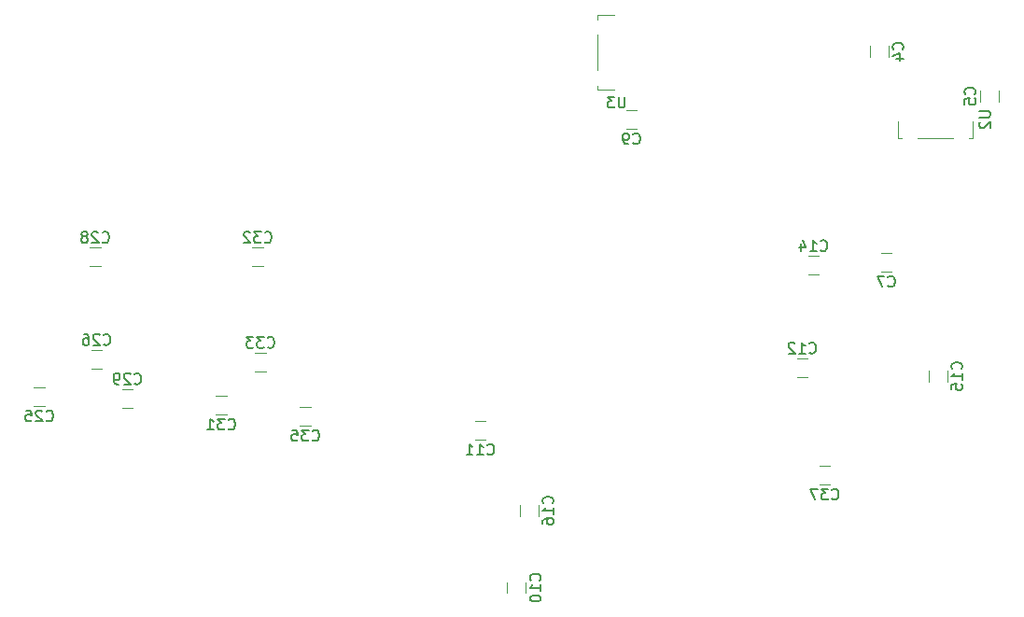
<source format=gbr>
G04 #@! TF.FileFunction,Legend,Bot*
%FSLAX46Y46*%
G04 Gerber Fmt 4.6, Leading zero omitted, Abs format (unit mm)*
G04 Created by KiCad (PCBNEW 4.0.6+dfsg1-1) date Sat Nov  4 21:01:42 2017*
%MOMM*%
%LPD*%
G01*
G04 APERTURE LIST*
%ADD10C,0.100000*%
%ADD11C,0.120000*%
%ADD12C,0.150000*%
G04 APERTURE END LIST*
D10*
D11*
X186016000Y-49538000D02*
X186016000Y-50538000D01*
X184316000Y-50538000D02*
X184316000Y-49538000D01*
X194349000Y-54602000D02*
X194349000Y-53602000D01*
X196049000Y-53602000D02*
X196049000Y-54602000D01*
X186301000Y-70065000D02*
X185301000Y-70065000D01*
X185301000Y-68365000D02*
X186301000Y-68365000D01*
X163187000Y-57111000D02*
X162187000Y-57111000D01*
X162187000Y-55411000D02*
X163187000Y-55411000D01*
X153123000Y-98179000D02*
X153123000Y-99179000D01*
X151423000Y-99179000D02*
X151423000Y-98179000D01*
X149471000Y-85305000D02*
X148471000Y-85305000D01*
X148471000Y-83605000D02*
X149471000Y-83605000D01*
X177681000Y-77890000D02*
X178681000Y-77890000D01*
X178681000Y-79590000D02*
X177681000Y-79590000D01*
X178697000Y-68619000D02*
X179697000Y-68619000D01*
X179697000Y-70319000D02*
X178697000Y-70319000D01*
X191350000Y-79002000D02*
X191350000Y-80002000D01*
X189650000Y-80002000D02*
X189650000Y-79002000D01*
X154266000Y-91194000D02*
X154266000Y-92194000D01*
X152566000Y-92194000D02*
X152566000Y-91194000D01*
X109466000Y-82257000D02*
X108466000Y-82257000D01*
X108466000Y-80557000D02*
X109466000Y-80557000D01*
X113673000Y-77128000D02*
X114673000Y-77128000D01*
X114673000Y-78828000D02*
X113673000Y-78828000D01*
X113546000Y-67857000D02*
X114546000Y-67857000D01*
X114546000Y-69557000D02*
X113546000Y-69557000D01*
X116467000Y-80684000D02*
X117467000Y-80684000D01*
X117467000Y-82384000D02*
X116467000Y-82384000D01*
X125976000Y-83019000D02*
X124976000Y-83019000D01*
X124976000Y-81319000D02*
X125976000Y-81319000D01*
X128278000Y-67857000D02*
X129278000Y-67857000D01*
X129278000Y-69557000D02*
X128278000Y-69557000D01*
X128532000Y-77382000D02*
X129532000Y-77382000D01*
X129532000Y-79082000D02*
X128532000Y-79082000D01*
X133596000Y-84035000D02*
X132596000Y-84035000D01*
X132596000Y-82335000D02*
X133596000Y-82335000D01*
X193286000Y-57915000D02*
X193636000Y-57915000D01*
X193636000Y-57915000D02*
X193636000Y-56415000D01*
X188636000Y-57915000D02*
X191836000Y-57915000D01*
X186836000Y-56415000D02*
X186836000Y-57915000D01*
X186836000Y-57915000D02*
X187236000Y-57915000D01*
X159636000Y-53205000D02*
X159636000Y-53555000D01*
X159636000Y-53555000D02*
X161136000Y-53555000D01*
X159636000Y-48555000D02*
X159636000Y-51755000D01*
X161136000Y-46755000D02*
X159636000Y-46755000D01*
X159636000Y-46755000D02*
X159636000Y-47155000D01*
X180713000Y-89369000D02*
X179713000Y-89369000D01*
X179713000Y-87669000D02*
X180713000Y-87669000D01*
D12*
X187273143Y-49871334D02*
X187320762Y-49823715D01*
X187368381Y-49680858D01*
X187368381Y-49585620D01*
X187320762Y-49442762D01*
X187225524Y-49347524D01*
X187130286Y-49299905D01*
X186939810Y-49252286D01*
X186796952Y-49252286D01*
X186606476Y-49299905D01*
X186511238Y-49347524D01*
X186416000Y-49442762D01*
X186368381Y-49585620D01*
X186368381Y-49680858D01*
X186416000Y-49823715D01*
X186463619Y-49871334D01*
X186701714Y-50728477D02*
X187368381Y-50728477D01*
X186320762Y-50490381D02*
X187035048Y-50252286D01*
X187035048Y-50871334D01*
X193806143Y-53935334D02*
X193853762Y-53887715D01*
X193901381Y-53744858D01*
X193901381Y-53649620D01*
X193853762Y-53506762D01*
X193758524Y-53411524D01*
X193663286Y-53363905D01*
X193472810Y-53316286D01*
X193329952Y-53316286D01*
X193139476Y-53363905D01*
X193044238Y-53411524D01*
X192949000Y-53506762D01*
X192901381Y-53649620D01*
X192901381Y-53744858D01*
X192949000Y-53887715D01*
X192996619Y-53935334D01*
X192901381Y-54840096D02*
X192901381Y-54363905D01*
X193377571Y-54316286D01*
X193329952Y-54363905D01*
X193282333Y-54459143D01*
X193282333Y-54697239D01*
X193329952Y-54792477D01*
X193377571Y-54840096D01*
X193472810Y-54887715D01*
X193710905Y-54887715D01*
X193806143Y-54840096D01*
X193853762Y-54792477D01*
X193901381Y-54697239D01*
X193901381Y-54459143D01*
X193853762Y-54363905D01*
X193806143Y-54316286D01*
X185967666Y-71322143D02*
X186015285Y-71369762D01*
X186158142Y-71417381D01*
X186253380Y-71417381D01*
X186396238Y-71369762D01*
X186491476Y-71274524D01*
X186539095Y-71179286D01*
X186586714Y-70988810D01*
X186586714Y-70845952D01*
X186539095Y-70655476D01*
X186491476Y-70560238D01*
X186396238Y-70465000D01*
X186253380Y-70417381D01*
X186158142Y-70417381D01*
X186015285Y-70465000D01*
X185967666Y-70512619D01*
X185634333Y-70417381D02*
X184967666Y-70417381D01*
X185396238Y-71417381D01*
X162853666Y-58368143D02*
X162901285Y-58415762D01*
X163044142Y-58463381D01*
X163139380Y-58463381D01*
X163282238Y-58415762D01*
X163377476Y-58320524D01*
X163425095Y-58225286D01*
X163472714Y-58034810D01*
X163472714Y-57891952D01*
X163425095Y-57701476D01*
X163377476Y-57606238D01*
X163282238Y-57511000D01*
X163139380Y-57463381D01*
X163044142Y-57463381D01*
X162901285Y-57511000D01*
X162853666Y-57558619D01*
X162377476Y-58463381D02*
X162187000Y-58463381D01*
X162091761Y-58415762D01*
X162044142Y-58368143D01*
X161948904Y-58225286D01*
X161901285Y-58034810D01*
X161901285Y-57653857D01*
X161948904Y-57558619D01*
X161996523Y-57511000D01*
X162091761Y-57463381D01*
X162282238Y-57463381D01*
X162377476Y-57511000D01*
X162425095Y-57558619D01*
X162472714Y-57653857D01*
X162472714Y-57891952D01*
X162425095Y-57987190D01*
X162377476Y-58034810D01*
X162282238Y-58082429D01*
X162091761Y-58082429D01*
X161996523Y-58034810D01*
X161948904Y-57987190D01*
X161901285Y-57891952D01*
X154380143Y-98036143D02*
X154427762Y-97988524D01*
X154475381Y-97845667D01*
X154475381Y-97750429D01*
X154427762Y-97607571D01*
X154332524Y-97512333D01*
X154237286Y-97464714D01*
X154046810Y-97417095D01*
X153903952Y-97417095D01*
X153713476Y-97464714D01*
X153618238Y-97512333D01*
X153523000Y-97607571D01*
X153475381Y-97750429D01*
X153475381Y-97845667D01*
X153523000Y-97988524D01*
X153570619Y-98036143D01*
X154475381Y-98988524D02*
X154475381Y-98417095D01*
X154475381Y-98702809D02*
X153475381Y-98702809D01*
X153618238Y-98607571D01*
X153713476Y-98512333D01*
X153761095Y-98417095D01*
X153475381Y-99607571D02*
X153475381Y-99702810D01*
X153523000Y-99798048D01*
X153570619Y-99845667D01*
X153665857Y-99893286D01*
X153856333Y-99940905D01*
X154094429Y-99940905D01*
X154284905Y-99893286D01*
X154380143Y-99845667D01*
X154427762Y-99798048D01*
X154475381Y-99702810D01*
X154475381Y-99607571D01*
X154427762Y-99512333D01*
X154380143Y-99464714D01*
X154284905Y-99417095D01*
X154094429Y-99369476D01*
X153856333Y-99369476D01*
X153665857Y-99417095D01*
X153570619Y-99464714D01*
X153523000Y-99512333D01*
X153475381Y-99607571D01*
X149613857Y-86562143D02*
X149661476Y-86609762D01*
X149804333Y-86657381D01*
X149899571Y-86657381D01*
X150042429Y-86609762D01*
X150137667Y-86514524D01*
X150185286Y-86419286D01*
X150232905Y-86228810D01*
X150232905Y-86085952D01*
X150185286Y-85895476D01*
X150137667Y-85800238D01*
X150042429Y-85705000D01*
X149899571Y-85657381D01*
X149804333Y-85657381D01*
X149661476Y-85705000D01*
X149613857Y-85752619D01*
X148661476Y-86657381D02*
X149232905Y-86657381D01*
X148947191Y-86657381D02*
X148947191Y-85657381D01*
X149042429Y-85800238D01*
X149137667Y-85895476D01*
X149232905Y-85943095D01*
X147709095Y-86657381D02*
X148280524Y-86657381D01*
X147994810Y-86657381D02*
X147994810Y-85657381D01*
X148090048Y-85800238D01*
X148185286Y-85895476D01*
X148280524Y-85943095D01*
X178823857Y-77347143D02*
X178871476Y-77394762D01*
X179014333Y-77442381D01*
X179109571Y-77442381D01*
X179252429Y-77394762D01*
X179347667Y-77299524D01*
X179395286Y-77204286D01*
X179442905Y-77013810D01*
X179442905Y-76870952D01*
X179395286Y-76680476D01*
X179347667Y-76585238D01*
X179252429Y-76490000D01*
X179109571Y-76442381D01*
X179014333Y-76442381D01*
X178871476Y-76490000D01*
X178823857Y-76537619D01*
X177871476Y-77442381D02*
X178442905Y-77442381D01*
X178157191Y-77442381D02*
X178157191Y-76442381D01*
X178252429Y-76585238D01*
X178347667Y-76680476D01*
X178442905Y-76728095D01*
X177490524Y-76537619D02*
X177442905Y-76490000D01*
X177347667Y-76442381D01*
X177109571Y-76442381D01*
X177014333Y-76490000D01*
X176966714Y-76537619D01*
X176919095Y-76632857D01*
X176919095Y-76728095D01*
X176966714Y-76870952D01*
X177538143Y-77442381D01*
X176919095Y-77442381D01*
X179839857Y-68076143D02*
X179887476Y-68123762D01*
X180030333Y-68171381D01*
X180125571Y-68171381D01*
X180268429Y-68123762D01*
X180363667Y-68028524D01*
X180411286Y-67933286D01*
X180458905Y-67742810D01*
X180458905Y-67599952D01*
X180411286Y-67409476D01*
X180363667Y-67314238D01*
X180268429Y-67219000D01*
X180125571Y-67171381D01*
X180030333Y-67171381D01*
X179887476Y-67219000D01*
X179839857Y-67266619D01*
X178887476Y-68171381D02*
X179458905Y-68171381D01*
X179173191Y-68171381D02*
X179173191Y-67171381D01*
X179268429Y-67314238D01*
X179363667Y-67409476D01*
X179458905Y-67457095D01*
X178030333Y-67504714D02*
X178030333Y-68171381D01*
X178268429Y-67123762D02*
X178506524Y-67838048D01*
X177887476Y-67838048D01*
X192607143Y-78859143D02*
X192654762Y-78811524D01*
X192702381Y-78668667D01*
X192702381Y-78573429D01*
X192654762Y-78430571D01*
X192559524Y-78335333D01*
X192464286Y-78287714D01*
X192273810Y-78240095D01*
X192130952Y-78240095D01*
X191940476Y-78287714D01*
X191845238Y-78335333D01*
X191750000Y-78430571D01*
X191702381Y-78573429D01*
X191702381Y-78668667D01*
X191750000Y-78811524D01*
X191797619Y-78859143D01*
X192702381Y-79811524D02*
X192702381Y-79240095D01*
X192702381Y-79525809D02*
X191702381Y-79525809D01*
X191845238Y-79430571D01*
X191940476Y-79335333D01*
X191988095Y-79240095D01*
X191702381Y-80716286D02*
X191702381Y-80240095D01*
X192178571Y-80192476D01*
X192130952Y-80240095D01*
X192083333Y-80335333D01*
X192083333Y-80573429D01*
X192130952Y-80668667D01*
X192178571Y-80716286D01*
X192273810Y-80763905D01*
X192511905Y-80763905D01*
X192607143Y-80716286D01*
X192654762Y-80668667D01*
X192702381Y-80573429D01*
X192702381Y-80335333D01*
X192654762Y-80240095D01*
X192607143Y-80192476D01*
X155523143Y-91051143D02*
X155570762Y-91003524D01*
X155618381Y-90860667D01*
X155618381Y-90765429D01*
X155570762Y-90622571D01*
X155475524Y-90527333D01*
X155380286Y-90479714D01*
X155189810Y-90432095D01*
X155046952Y-90432095D01*
X154856476Y-90479714D01*
X154761238Y-90527333D01*
X154666000Y-90622571D01*
X154618381Y-90765429D01*
X154618381Y-90860667D01*
X154666000Y-91003524D01*
X154713619Y-91051143D01*
X155618381Y-92003524D02*
X155618381Y-91432095D01*
X155618381Y-91717809D02*
X154618381Y-91717809D01*
X154761238Y-91622571D01*
X154856476Y-91527333D01*
X154904095Y-91432095D01*
X154618381Y-92860667D02*
X154618381Y-92670190D01*
X154666000Y-92574952D01*
X154713619Y-92527333D01*
X154856476Y-92432095D01*
X155046952Y-92384476D01*
X155427905Y-92384476D01*
X155523143Y-92432095D01*
X155570762Y-92479714D01*
X155618381Y-92574952D01*
X155618381Y-92765429D01*
X155570762Y-92860667D01*
X155523143Y-92908286D01*
X155427905Y-92955905D01*
X155189810Y-92955905D01*
X155094571Y-92908286D01*
X155046952Y-92860667D01*
X154999333Y-92765429D01*
X154999333Y-92574952D01*
X155046952Y-92479714D01*
X155094571Y-92432095D01*
X155189810Y-92384476D01*
X109608857Y-83514143D02*
X109656476Y-83561762D01*
X109799333Y-83609381D01*
X109894571Y-83609381D01*
X110037429Y-83561762D01*
X110132667Y-83466524D01*
X110180286Y-83371286D01*
X110227905Y-83180810D01*
X110227905Y-83037952D01*
X110180286Y-82847476D01*
X110132667Y-82752238D01*
X110037429Y-82657000D01*
X109894571Y-82609381D01*
X109799333Y-82609381D01*
X109656476Y-82657000D01*
X109608857Y-82704619D01*
X109227905Y-82704619D02*
X109180286Y-82657000D01*
X109085048Y-82609381D01*
X108846952Y-82609381D01*
X108751714Y-82657000D01*
X108704095Y-82704619D01*
X108656476Y-82799857D01*
X108656476Y-82895095D01*
X108704095Y-83037952D01*
X109275524Y-83609381D01*
X108656476Y-83609381D01*
X107751714Y-82609381D02*
X108227905Y-82609381D01*
X108275524Y-83085571D01*
X108227905Y-83037952D01*
X108132667Y-82990333D01*
X107894571Y-82990333D01*
X107799333Y-83037952D01*
X107751714Y-83085571D01*
X107704095Y-83180810D01*
X107704095Y-83418905D01*
X107751714Y-83514143D01*
X107799333Y-83561762D01*
X107894571Y-83609381D01*
X108132667Y-83609381D01*
X108227905Y-83561762D01*
X108275524Y-83514143D01*
X114815857Y-76585143D02*
X114863476Y-76632762D01*
X115006333Y-76680381D01*
X115101571Y-76680381D01*
X115244429Y-76632762D01*
X115339667Y-76537524D01*
X115387286Y-76442286D01*
X115434905Y-76251810D01*
X115434905Y-76108952D01*
X115387286Y-75918476D01*
X115339667Y-75823238D01*
X115244429Y-75728000D01*
X115101571Y-75680381D01*
X115006333Y-75680381D01*
X114863476Y-75728000D01*
X114815857Y-75775619D01*
X114434905Y-75775619D02*
X114387286Y-75728000D01*
X114292048Y-75680381D01*
X114053952Y-75680381D01*
X113958714Y-75728000D01*
X113911095Y-75775619D01*
X113863476Y-75870857D01*
X113863476Y-75966095D01*
X113911095Y-76108952D01*
X114482524Y-76680381D01*
X113863476Y-76680381D01*
X113006333Y-75680381D02*
X113196810Y-75680381D01*
X113292048Y-75728000D01*
X113339667Y-75775619D01*
X113434905Y-75918476D01*
X113482524Y-76108952D01*
X113482524Y-76489905D01*
X113434905Y-76585143D01*
X113387286Y-76632762D01*
X113292048Y-76680381D01*
X113101571Y-76680381D01*
X113006333Y-76632762D01*
X112958714Y-76585143D01*
X112911095Y-76489905D01*
X112911095Y-76251810D01*
X112958714Y-76156571D01*
X113006333Y-76108952D01*
X113101571Y-76061333D01*
X113292048Y-76061333D01*
X113387286Y-76108952D01*
X113434905Y-76156571D01*
X113482524Y-76251810D01*
X114688857Y-67314143D02*
X114736476Y-67361762D01*
X114879333Y-67409381D01*
X114974571Y-67409381D01*
X115117429Y-67361762D01*
X115212667Y-67266524D01*
X115260286Y-67171286D01*
X115307905Y-66980810D01*
X115307905Y-66837952D01*
X115260286Y-66647476D01*
X115212667Y-66552238D01*
X115117429Y-66457000D01*
X114974571Y-66409381D01*
X114879333Y-66409381D01*
X114736476Y-66457000D01*
X114688857Y-66504619D01*
X114307905Y-66504619D02*
X114260286Y-66457000D01*
X114165048Y-66409381D01*
X113926952Y-66409381D01*
X113831714Y-66457000D01*
X113784095Y-66504619D01*
X113736476Y-66599857D01*
X113736476Y-66695095D01*
X113784095Y-66837952D01*
X114355524Y-67409381D01*
X113736476Y-67409381D01*
X113165048Y-66837952D02*
X113260286Y-66790333D01*
X113307905Y-66742714D01*
X113355524Y-66647476D01*
X113355524Y-66599857D01*
X113307905Y-66504619D01*
X113260286Y-66457000D01*
X113165048Y-66409381D01*
X112974571Y-66409381D01*
X112879333Y-66457000D01*
X112831714Y-66504619D01*
X112784095Y-66599857D01*
X112784095Y-66647476D01*
X112831714Y-66742714D01*
X112879333Y-66790333D01*
X112974571Y-66837952D01*
X113165048Y-66837952D01*
X113260286Y-66885571D01*
X113307905Y-66933190D01*
X113355524Y-67028429D01*
X113355524Y-67218905D01*
X113307905Y-67314143D01*
X113260286Y-67361762D01*
X113165048Y-67409381D01*
X112974571Y-67409381D01*
X112879333Y-67361762D01*
X112831714Y-67314143D01*
X112784095Y-67218905D01*
X112784095Y-67028429D01*
X112831714Y-66933190D01*
X112879333Y-66885571D01*
X112974571Y-66837952D01*
X117609857Y-80141143D02*
X117657476Y-80188762D01*
X117800333Y-80236381D01*
X117895571Y-80236381D01*
X118038429Y-80188762D01*
X118133667Y-80093524D01*
X118181286Y-79998286D01*
X118228905Y-79807810D01*
X118228905Y-79664952D01*
X118181286Y-79474476D01*
X118133667Y-79379238D01*
X118038429Y-79284000D01*
X117895571Y-79236381D01*
X117800333Y-79236381D01*
X117657476Y-79284000D01*
X117609857Y-79331619D01*
X117228905Y-79331619D02*
X117181286Y-79284000D01*
X117086048Y-79236381D01*
X116847952Y-79236381D01*
X116752714Y-79284000D01*
X116705095Y-79331619D01*
X116657476Y-79426857D01*
X116657476Y-79522095D01*
X116705095Y-79664952D01*
X117276524Y-80236381D01*
X116657476Y-80236381D01*
X116181286Y-80236381D02*
X115990810Y-80236381D01*
X115895571Y-80188762D01*
X115847952Y-80141143D01*
X115752714Y-79998286D01*
X115705095Y-79807810D01*
X115705095Y-79426857D01*
X115752714Y-79331619D01*
X115800333Y-79284000D01*
X115895571Y-79236381D01*
X116086048Y-79236381D01*
X116181286Y-79284000D01*
X116228905Y-79331619D01*
X116276524Y-79426857D01*
X116276524Y-79664952D01*
X116228905Y-79760190D01*
X116181286Y-79807810D01*
X116086048Y-79855429D01*
X115895571Y-79855429D01*
X115800333Y-79807810D01*
X115752714Y-79760190D01*
X115705095Y-79664952D01*
X126118857Y-84276143D02*
X126166476Y-84323762D01*
X126309333Y-84371381D01*
X126404571Y-84371381D01*
X126547429Y-84323762D01*
X126642667Y-84228524D01*
X126690286Y-84133286D01*
X126737905Y-83942810D01*
X126737905Y-83799952D01*
X126690286Y-83609476D01*
X126642667Y-83514238D01*
X126547429Y-83419000D01*
X126404571Y-83371381D01*
X126309333Y-83371381D01*
X126166476Y-83419000D01*
X126118857Y-83466619D01*
X125785524Y-83371381D02*
X125166476Y-83371381D01*
X125499810Y-83752333D01*
X125356952Y-83752333D01*
X125261714Y-83799952D01*
X125214095Y-83847571D01*
X125166476Y-83942810D01*
X125166476Y-84180905D01*
X125214095Y-84276143D01*
X125261714Y-84323762D01*
X125356952Y-84371381D01*
X125642667Y-84371381D01*
X125737905Y-84323762D01*
X125785524Y-84276143D01*
X124214095Y-84371381D02*
X124785524Y-84371381D01*
X124499810Y-84371381D02*
X124499810Y-83371381D01*
X124595048Y-83514238D01*
X124690286Y-83609476D01*
X124785524Y-83657095D01*
X129420857Y-67314143D02*
X129468476Y-67361762D01*
X129611333Y-67409381D01*
X129706571Y-67409381D01*
X129849429Y-67361762D01*
X129944667Y-67266524D01*
X129992286Y-67171286D01*
X130039905Y-66980810D01*
X130039905Y-66837952D01*
X129992286Y-66647476D01*
X129944667Y-66552238D01*
X129849429Y-66457000D01*
X129706571Y-66409381D01*
X129611333Y-66409381D01*
X129468476Y-66457000D01*
X129420857Y-66504619D01*
X129087524Y-66409381D02*
X128468476Y-66409381D01*
X128801810Y-66790333D01*
X128658952Y-66790333D01*
X128563714Y-66837952D01*
X128516095Y-66885571D01*
X128468476Y-66980810D01*
X128468476Y-67218905D01*
X128516095Y-67314143D01*
X128563714Y-67361762D01*
X128658952Y-67409381D01*
X128944667Y-67409381D01*
X129039905Y-67361762D01*
X129087524Y-67314143D01*
X128087524Y-66504619D02*
X128039905Y-66457000D01*
X127944667Y-66409381D01*
X127706571Y-66409381D01*
X127611333Y-66457000D01*
X127563714Y-66504619D01*
X127516095Y-66599857D01*
X127516095Y-66695095D01*
X127563714Y-66837952D01*
X128135143Y-67409381D01*
X127516095Y-67409381D01*
X129674857Y-76839143D02*
X129722476Y-76886762D01*
X129865333Y-76934381D01*
X129960571Y-76934381D01*
X130103429Y-76886762D01*
X130198667Y-76791524D01*
X130246286Y-76696286D01*
X130293905Y-76505810D01*
X130293905Y-76362952D01*
X130246286Y-76172476D01*
X130198667Y-76077238D01*
X130103429Y-75982000D01*
X129960571Y-75934381D01*
X129865333Y-75934381D01*
X129722476Y-75982000D01*
X129674857Y-76029619D01*
X129341524Y-75934381D02*
X128722476Y-75934381D01*
X129055810Y-76315333D01*
X128912952Y-76315333D01*
X128817714Y-76362952D01*
X128770095Y-76410571D01*
X128722476Y-76505810D01*
X128722476Y-76743905D01*
X128770095Y-76839143D01*
X128817714Y-76886762D01*
X128912952Y-76934381D01*
X129198667Y-76934381D01*
X129293905Y-76886762D01*
X129341524Y-76839143D01*
X128389143Y-75934381D02*
X127770095Y-75934381D01*
X128103429Y-76315333D01*
X127960571Y-76315333D01*
X127865333Y-76362952D01*
X127817714Y-76410571D01*
X127770095Y-76505810D01*
X127770095Y-76743905D01*
X127817714Y-76839143D01*
X127865333Y-76886762D01*
X127960571Y-76934381D01*
X128246286Y-76934381D01*
X128341524Y-76886762D01*
X128389143Y-76839143D01*
X133738857Y-85292143D02*
X133786476Y-85339762D01*
X133929333Y-85387381D01*
X134024571Y-85387381D01*
X134167429Y-85339762D01*
X134262667Y-85244524D01*
X134310286Y-85149286D01*
X134357905Y-84958810D01*
X134357905Y-84815952D01*
X134310286Y-84625476D01*
X134262667Y-84530238D01*
X134167429Y-84435000D01*
X134024571Y-84387381D01*
X133929333Y-84387381D01*
X133786476Y-84435000D01*
X133738857Y-84482619D01*
X133405524Y-84387381D02*
X132786476Y-84387381D01*
X133119810Y-84768333D01*
X132976952Y-84768333D01*
X132881714Y-84815952D01*
X132834095Y-84863571D01*
X132786476Y-84958810D01*
X132786476Y-85196905D01*
X132834095Y-85292143D01*
X132881714Y-85339762D01*
X132976952Y-85387381D01*
X133262667Y-85387381D01*
X133357905Y-85339762D01*
X133405524Y-85292143D01*
X131881714Y-84387381D02*
X132357905Y-84387381D01*
X132405524Y-84863571D01*
X132357905Y-84815952D01*
X132262667Y-84768333D01*
X132024571Y-84768333D01*
X131929333Y-84815952D01*
X131881714Y-84863571D01*
X131834095Y-84958810D01*
X131834095Y-85196905D01*
X131881714Y-85292143D01*
X131929333Y-85339762D01*
X132024571Y-85387381D01*
X132262667Y-85387381D01*
X132357905Y-85339762D01*
X132405524Y-85292143D01*
X194238381Y-55453095D02*
X195047905Y-55453095D01*
X195143143Y-55500714D01*
X195190762Y-55548333D01*
X195238381Y-55643571D01*
X195238381Y-55834048D01*
X195190762Y-55929286D01*
X195143143Y-55976905D01*
X195047905Y-56024524D01*
X194238381Y-56024524D01*
X194333619Y-56453095D02*
X194286000Y-56500714D01*
X194238381Y-56595952D01*
X194238381Y-56834048D01*
X194286000Y-56929286D01*
X194333619Y-56976905D01*
X194428857Y-57024524D01*
X194524095Y-57024524D01*
X194666952Y-56976905D01*
X195238381Y-56405476D01*
X195238381Y-57024524D01*
X162097905Y-54157381D02*
X162097905Y-54966905D01*
X162050286Y-55062143D01*
X162002667Y-55109762D01*
X161907429Y-55157381D01*
X161716952Y-55157381D01*
X161621714Y-55109762D01*
X161574095Y-55062143D01*
X161526476Y-54966905D01*
X161526476Y-54157381D01*
X161145524Y-54157381D02*
X160526476Y-54157381D01*
X160859810Y-54538333D01*
X160716952Y-54538333D01*
X160621714Y-54585952D01*
X160574095Y-54633571D01*
X160526476Y-54728810D01*
X160526476Y-54966905D01*
X160574095Y-55062143D01*
X160621714Y-55109762D01*
X160716952Y-55157381D01*
X161002667Y-55157381D01*
X161097905Y-55109762D01*
X161145524Y-55062143D01*
X180855857Y-90626143D02*
X180903476Y-90673762D01*
X181046333Y-90721381D01*
X181141571Y-90721381D01*
X181284429Y-90673762D01*
X181379667Y-90578524D01*
X181427286Y-90483286D01*
X181474905Y-90292810D01*
X181474905Y-90149952D01*
X181427286Y-89959476D01*
X181379667Y-89864238D01*
X181284429Y-89769000D01*
X181141571Y-89721381D01*
X181046333Y-89721381D01*
X180903476Y-89769000D01*
X180855857Y-89816619D01*
X180522524Y-89721381D02*
X179903476Y-89721381D01*
X180236810Y-90102333D01*
X180093952Y-90102333D01*
X179998714Y-90149952D01*
X179951095Y-90197571D01*
X179903476Y-90292810D01*
X179903476Y-90530905D01*
X179951095Y-90626143D01*
X179998714Y-90673762D01*
X180093952Y-90721381D01*
X180379667Y-90721381D01*
X180474905Y-90673762D01*
X180522524Y-90626143D01*
X179570143Y-89721381D02*
X178903476Y-89721381D01*
X179332048Y-90721381D01*
M02*

</source>
